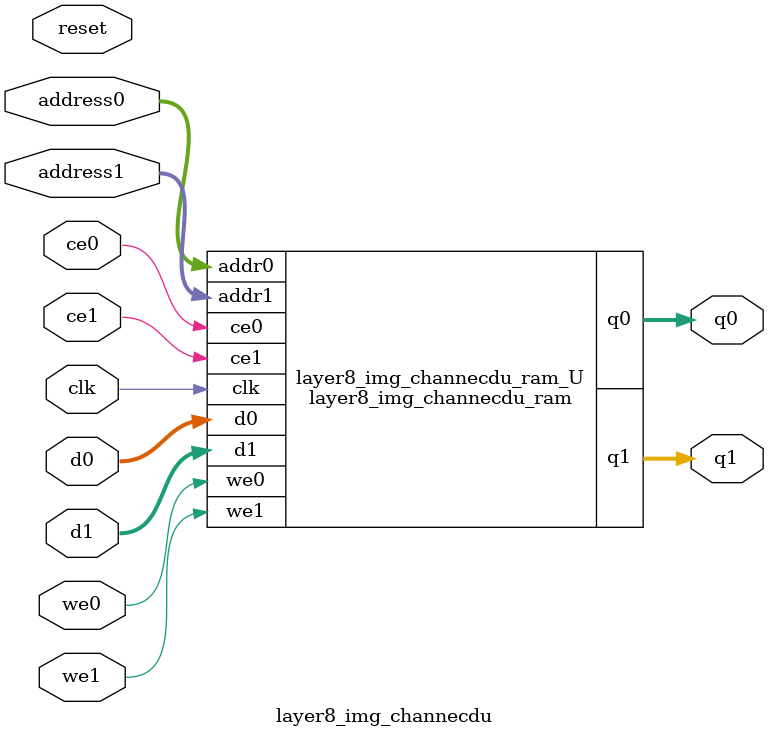
<source format=v>
`timescale 1 ns / 1 ps
module layer8_img_channecdu_ram (addr0, ce0, d0, we0, q0, addr1, ce1, d1, we1, q1,  clk);

parameter DWIDTH = 12;
parameter AWIDTH = 15;
parameter MEM_SIZE = 18480;

input[AWIDTH-1:0] addr0;
input ce0;
input[DWIDTH-1:0] d0;
input we0;
output reg[DWIDTH-1:0] q0;
input[AWIDTH-1:0] addr1;
input ce1;
input[DWIDTH-1:0] d1;
input we1;
output reg[DWIDTH-1:0] q1;
input clk;

(* ram_style = "block" *)reg [DWIDTH-1:0] ram[0:MEM_SIZE-1];




always @(posedge clk)  
begin 
    if (ce0) 
    begin
        if (we0) 
        begin 
            ram[addr0] <= d0; 
        end 
        q0 <= ram[addr0];
    end
end


always @(posedge clk)  
begin 
    if (ce1) 
    begin
        if (we1) 
        begin 
            ram[addr1] <= d1; 
        end 
        q1 <= ram[addr1];
    end
end


endmodule

`timescale 1 ns / 1 ps
module layer8_img_channecdu(
    reset,
    clk,
    address0,
    ce0,
    we0,
    d0,
    q0,
    address1,
    ce1,
    we1,
    d1,
    q1);

parameter DataWidth = 32'd12;
parameter AddressRange = 32'd18480;
parameter AddressWidth = 32'd15;
input reset;
input clk;
input[AddressWidth - 1:0] address0;
input ce0;
input we0;
input[DataWidth - 1:0] d0;
output[DataWidth - 1:0] q0;
input[AddressWidth - 1:0] address1;
input ce1;
input we1;
input[DataWidth - 1:0] d1;
output[DataWidth - 1:0] q1;



layer8_img_channecdu_ram layer8_img_channecdu_ram_U(
    .clk( clk ),
    .addr0( address0 ),
    .ce0( ce0 ),
    .we0( we0 ),
    .d0( d0 ),
    .q0( q0 ),
    .addr1( address1 ),
    .ce1( ce1 ),
    .we1( we1 ),
    .d1( d1 ),
    .q1( q1 ));

endmodule


</source>
